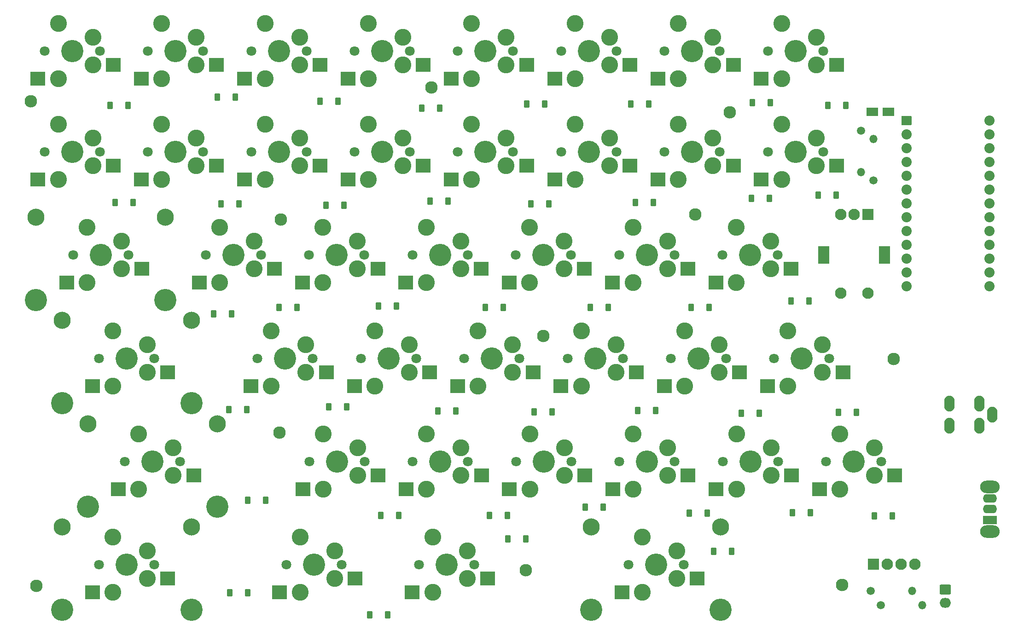
<source format=gbr>
%TF.GenerationSoftware,KiCad,Pcbnew,8.0.4*%
%TF.CreationDate,2024-11-21T13:37:04-07:00*%
%TF.ProjectId,simple_split_MX,73696d70-6c65-45f7-9370-6c69745f4d58,v1.0.0*%
%TF.SameCoordinates,Original*%
%TF.FileFunction,Soldermask,Bot*%
%TF.FilePolarity,Negative*%
%FSLAX46Y46*%
G04 Gerber Fmt 4.6, Leading zero omitted, Abs format (unit mm)*
G04 Created by KiCad (PCBNEW 8.0.4) date 2024-11-21 13:37:04*
%MOMM*%
%LPD*%
G01*
G04 APERTURE LIST*
G04 Aperture macros list*
%AMRoundRect*
0 Rectangle with rounded corners*
0 $1 Rounding radius*
0 $2 $3 $4 $5 $6 $7 $8 $9 X,Y pos of 4 corners*
0 Add a 4 corners polygon primitive as box body*
4,1,4,$2,$3,$4,$5,$6,$7,$8,$9,$2,$3,0*
0 Add four circle primitives for the rounded corners*
1,1,$1+$1,$2,$3*
1,1,$1+$1,$4,$5*
1,1,$1+$1,$6,$7*
1,1,$1+$1,$8,$9*
0 Add four rect primitives between the rounded corners*
20,1,$1+$1,$2,$3,$4,$5,0*
20,1,$1+$1,$4,$5,$6,$7,0*
20,1,$1+$1,$6,$7,$8,$9,0*
20,1,$1+$1,$8,$9,$2,$3,0*%
%AMFreePoly0*
4,1,16,0.535355,0.785355,0.541603,0.777735,1.041603,0.027735,1.049029,-0.009806,1.041603,-0.027735,0.541603,-0.777735,0.509806,-0.799029,0.500000,-0.800000,-0.500000,-0.800000,-0.535355,-0.785355,-0.550000,-0.750000,-0.550000,0.750000,-0.535355,0.785355,-0.500000,0.800000,0.500000,0.800000,0.535355,0.785355,0.535355,0.785355,$1*%
G04 Aperture macros list end*
%ADD10C,1.500000*%
%ADD11O,1.500000X1.500000*%
%ADD12C,1.801800*%
%ADD13C,3.100000*%
%ADD14C,4.087800*%
%ADD15RoundRect,0.050000X1.275000X1.250000X-1.275000X1.250000X-1.275000X-1.250000X1.275000X-1.250000X0*%
%ADD16C,0.900000*%
%ADD17RoundRect,0.050000X0.450000X0.600000X-0.450000X0.600000X-0.450000X-0.600000X0.450000X-0.600000X0*%
%ADD18C,2.300000*%
%ADD19RoundRect,0.264706X-0.785294X0.635294X-0.785294X-0.635294X0.785294X-0.635294X0.785294X0.635294X0*%
%ADD20O,2.100000X1.800000*%
%ADD21RoundRect,0.050000X-1.000000X-1.000000X1.000000X-1.000000X1.000000X1.000000X-1.000000X1.000000X0*%
%ADD22C,2.100000*%
%ADD23C,3.148000*%
%ADD24RoundRect,0.050000X-0.889000X-0.762000X0.889000X-0.762000X0.889000X0.762000X-0.889000X0.762000X0*%
%ADD25C,1.878000*%
%ADD26O,3.600000X2.300000*%
%ADD27RoundRect,0.050000X1.250000X-0.750000X1.250000X0.750000X-1.250000X0.750000X-1.250000X-0.750000X0*%
%ADD28O,2.600000X1.600000*%
%ADD29O,1.900000X2.900000*%
%ADD30RoundRect,0.050000X-1.000000X1.000000X-1.000000X-1.000000X1.000000X-1.000000X1.000000X1.000000X0*%
%ADD31RoundRect,0.050000X-1.000000X1.600000X-1.000000X-1.600000X1.000000X-1.600000X1.000000X1.600000X0*%
%ADD32R,1.500000X1.500000*%
%ADD33FreePoly0,180.000000*%
%ADD34FreePoly0,0.000000*%
G04 APERTURE END LIST*
D10*
%TO.C,R5*%
X268605000Y-192786000D03*
D11*
X276225000Y-192786000D03*
%TD*%
D10*
%TO.C,R4*%
X266700000Y-190119000D03*
D11*
X274320000Y-190119000D03*
%TD*%
D12*
%TO.C,S33*%
X257987500Y-109352000D03*
D13*
X256717500Y-111892000D03*
X256717500Y-106812000D03*
D14*
X252907500Y-109352000D03*
D13*
X250367500Y-114432000D03*
X250367500Y-104272000D03*
D12*
X247827500Y-109352000D03*
D15*
X246617500Y-114432000D03*
X260467500Y-111892000D03*
%TD*%
D10*
%TO.C,R3*%
X267260000Y-114644000D03*
D11*
X267260000Y-107024000D03*
%TD*%
D16*
%TO.C,D26*%
X236652000Y-175858000D03*
D17*
X236652000Y-175858000D03*
D16*
X233352000Y-175858000D03*
D17*
X233352000Y-175858000D03*
%TD*%
D16*
%TO.C,D24*%
X199896000Y-176276000D03*
D17*
X199896000Y-176276000D03*
D16*
X196596000Y-176276000D03*
D17*
X196596000Y-176276000D03*
%TD*%
D12*
%TO.C,S31*%
X193805500Y-185352000D03*
D13*
X192535500Y-187892000D03*
X192535500Y-182812000D03*
D14*
X188725500Y-185352000D03*
D13*
X186185500Y-190432000D03*
X186185500Y-180272000D03*
D12*
X183645500Y-185352000D03*
D15*
X182435500Y-190432000D03*
X196285500Y-187892000D03*
%TD*%
D12*
%TO.C,S8*%
X130250000Y-128352000D03*
D13*
X128980000Y-130892000D03*
X128980000Y-125812000D03*
D14*
X125170000Y-128352000D03*
D13*
X122630000Y-133432000D03*
X122630000Y-123272000D03*
D12*
X120090000Y-128352000D03*
D15*
X118880000Y-133432000D03*
X132730000Y-130892000D03*
%TD*%
D16*
%TO.C,D6*%
X226746000Y-118708000D03*
D17*
X226746000Y-118708000D03*
D16*
X223446000Y-118708000D03*
D17*
X223446000Y-118708000D03*
%TD*%
D16*
%TO.C,D33*%
X260349000Y-117348000D03*
D17*
X260349000Y-117348000D03*
D16*
X257049000Y-117348000D03*
D17*
X257049000Y-117348000D03*
%TD*%
D16*
%TO.C,D9*%
X161214000Y-138012000D03*
D17*
X161214000Y-138012000D03*
D16*
X157914000Y-138012000D03*
D17*
X157914000Y-138012000D03*
%TD*%
D18*
%TO.C,M1*%
X112268000Y-100076000D03*
%TD*%
D16*
%TO.C,D16*%
X170358000Y-156300000D03*
D17*
X170358000Y-156300000D03*
D16*
X167058000Y-156300000D03*
D17*
X167058000Y-156300000D03*
%TD*%
D16*
%TO.C,D10*%
X179502000Y-137758000D03*
D17*
X179502000Y-137758000D03*
D16*
X176202000Y-137758000D03*
D17*
X176202000Y-137758000D03*
%TD*%
D12*
%TO.C,S20*%
X240159000Y-147352000D03*
D13*
X238889000Y-149892000D03*
X238889000Y-144812000D03*
D14*
X235079000Y-147352000D03*
D13*
X232539000Y-152432000D03*
X232539000Y-142272000D03*
D12*
X229999000Y-147352000D03*
D15*
X228789000Y-152432000D03*
X242639000Y-149892000D03*
%TD*%
D12*
%TO.C,S11*%
X192634000Y-128352000D03*
D13*
X191364000Y-130892000D03*
X191364000Y-125812000D03*
D14*
X187554000Y-128352000D03*
D13*
X185014000Y-133432000D03*
X185014000Y-123272000D03*
D12*
X182474000Y-128352000D03*
D15*
X181264000Y-133432000D03*
X195114000Y-130892000D03*
%TD*%
D19*
%TO.C,J2*%
X280475500Y-189848000D03*
D20*
X280475500Y-192348000D03*
%TD*%
D18*
%TO.C,M9*%
X261500000Y-189000000D03*
%TD*%
D16*
%TO.C,D23*%
X179958000Y-176276000D03*
D17*
X179958000Y-176276000D03*
D16*
X176658000Y-176276000D03*
D17*
X176658000Y-176276000D03*
%TD*%
D16*
%TO.C,D7*%
X248082000Y-117946000D03*
D17*
X248082000Y-117946000D03*
D16*
X244782000Y-117946000D03*
D17*
X244782000Y-117946000D03*
%TD*%
D12*
%TO.C,S6*%
X219987500Y-109352000D03*
D13*
X218717500Y-111892000D03*
X218717500Y-106812000D03*
D14*
X214907500Y-109352000D03*
D13*
X212367500Y-114432000D03*
X212367500Y-104272000D03*
D12*
X209827500Y-109352000D03*
D15*
X208617500Y-114432000D03*
X222467500Y-111892000D03*
%TD*%
D12*
%TO.C,F3*%
X181987500Y-90800000D03*
D13*
X180717500Y-93340000D03*
X180717500Y-88260000D03*
D14*
X176907500Y-90800000D03*
D13*
X174367500Y-95880000D03*
X174367500Y-85720000D03*
D12*
X171827500Y-90800000D03*
D15*
X170617500Y-95880000D03*
X184467500Y-93340000D03*
%TD*%
D21*
%TO.C,U2*%
X267260000Y-185256000D03*
D22*
X269800000Y-185256000D03*
X272340000Y-185256000D03*
X274880000Y-185256000D03*
%TD*%
D23*
%TO.C,DRA2*%
X113270000Y-121367000D03*
D14*
X113270000Y-136607000D03*
D23*
X137070000Y-121367000D03*
D14*
X137070000Y-136607000D03*
%TD*%
D18*
%TO.C,M7*%
X234442000Y-120904000D03*
%TD*%
D12*
%TO.C,F1*%
X143987500Y-90800000D03*
D13*
X142717500Y-93340000D03*
X142717500Y-88260000D03*
D14*
X138907500Y-90800000D03*
D13*
X136367500Y-95880000D03*
X136367500Y-85720000D03*
D12*
X133827500Y-90800000D03*
D15*
X132617500Y-95880000D03*
X146467500Y-93340000D03*
%TD*%
D18*
%TO.C,M5*%
X203327000Y-186309000D03*
%TD*%
D12*
%TO.C,S35*%
X124987500Y-90800000D03*
D13*
X123717500Y-93340000D03*
X123717500Y-88260000D03*
D14*
X119907500Y-90800000D03*
D13*
X117367500Y-95880000D03*
X117367500Y-85720000D03*
D12*
X114827500Y-90800000D03*
D15*
X113617500Y-95880000D03*
X127467500Y-93340000D03*
%TD*%
D12*
%TO.C,S4*%
X181987500Y-109352000D03*
D13*
X180717500Y-111892000D03*
X180717500Y-106812000D03*
D14*
X176907500Y-109352000D03*
D13*
X174367500Y-114432000D03*
X174367500Y-104272000D03*
D12*
X171827500Y-109352000D03*
D15*
X170617500Y-114432000D03*
X184467500Y-111892000D03*
%TD*%
D12*
%TO.C,S3*%
X162987500Y-109352000D03*
D13*
X161717500Y-111892000D03*
X161717500Y-106812000D03*
D14*
X157907500Y-109352000D03*
D13*
X155367500Y-114432000D03*
X155367500Y-104272000D03*
D12*
X152827500Y-109352000D03*
D15*
X151617500Y-114432000D03*
X165467500Y-111892000D03*
%TD*%
D18*
%TO.C,M11*%
X185928000Y-97536000D03*
%TD*%
D12*
%TO.C,Extra_Function_Key1*%
X257987500Y-90800000D03*
D13*
X256717500Y-93340000D03*
X256717500Y-88260000D03*
D14*
X252907500Y-90800000D03*
D13*
X250367500Y-95880000D03*
X250367500Y-85720000D03*
D12*
X247827500Y-90800000D03*
D15*
X246617500Y-95880000D03*
X260467500Y-93340000D03*
%TD*%
D16*
%TO.C,D37*%
X187452000Y-101346000D03*
D17*
X187452000Y-101346000D03*
D16*
X184152000Y-101346000D03*
D17*
X184152000Y-101346000D03*
%TD*%
D16*
%TO.C,D15*%
X152000000Y-156808000D03*
D17*
X152000000Y-156808000D03*
D16*
X148700000Y-156808000D03*
D17*
X148700000Y-156808000D03*
%TD*%
D16*
%TO.C,D39*%
X225932000Y-100584000D03*
D17*
X225932000Y-100584000D03*
D16*
X222632000Y-100584000D03*
D17*
X222632000Y-100584000D03*
%TD*%
D12*
%TO.C,F6*%
X238987500Y-90800000D03*
D13*
X237717500Y-93340000D03*
X237717500Y-88260000D03*
D14*
X233907500Y-90800000D03*
D13*
X231367500Y-95880000D03*
X231367500Y-85720000D03*
D12*
X228827500Y-90800000D03*
D15*
X227617500Y-95880000D03*
X241467500Y-93340000D03*
%TD*%
D12*
%TO.C,S5*%
X200987500Y-109352000D03*
D13*
X199717500Y-111892000D03*
X199717500Y-106812000D03*
D14*
X195907500Y-109352000D03*
D13*
X193367500Y-114432000D03*
X193367500Y-104272000D03*
D12*
X190827500Y-109352000D03*
D15*
X189617500Y-114432000D03*
X203467500Y-111892000D03*
%TD*%
D16*
%TO.C,D36*%
X168782000Y-100076000D03*
D17*
X168782000Y-100076000D03*
D16*
X165482000Y-100076000D03*
D17*
X165482000Y-100076000D03*
%TD*%
D16*
%TO.C,D4*%
X189026000Y-118454000D03*
D17*
X189026000Y-118454000D03*
D16*
X185726000Y-118454000D03*
D17*
X185726000Y-118454000D03*
%TD*%
D16*
%TO.C,D5*%
X207568000Y-118962000D03*
D17*
X207568000Y-118962000D03*
D16*
X204268000Y-118962000D03*
D17*
X204268000Y-118962000D03*
%TD*%
D12*
%TO.C,S25*%
X211684000Y-166352000D03*
D13*
X210414000Y-168892000D03*
X210414000Y-163812000D03*
D14*
X206604000Y-166352000D03*
D13*
X204064000Y-171432000D03*
X204064000Y-161272000D03*
D12*
X201524000Y-166352000D03*
D15*
X200314000Y-171432000D03*
X214164000Y-168892000D03*
%TD*%
D23*
%TO.C,DRA4*%
X118032500Y-178367000D03*
D14*
X118032500Y-193607000D03*
D23*
X141832500Y-178367000D03*
D14*
X141832500Y-193607000D03*
%TD*%
D12*
%TO.C,S7*%
X238987500Y-109352000D03*
D13*
X237717500Y-111892000D03*
X237717500Y-106812000D03*
D14*
X233907500Y-109352000D03*
D13*
X231367500Y-114432000D03*
X231367500Y-104272000D03*
D12*
X228827500Y-109352000D03*
D15*
X227617500Y-114432000D03*
X241467500Y-111892000D03*
%TD*%
D12*
%TO.C,S1*%
X124987500Y-109352000D03*
D13*
X123717500Y-111892000D03*
X123717500Y-106812000D03*
D14*
X119907500Y-109352000D03*
D13*
X117367500Y-114432000D03*
X117367500Y-104272000D03*
D12*
X114827500Y-109352000D03*
D15*
X113617500Y-114432000D03*
X127467500Y-111892000D03*
%TD*%
D16*
%TO.C,D30*%
X177926000Y-194564000D03*
D17*
X177926000Y-194564000D03*
D16*
X174626000Y-194564000D03*
D17*
X174626000Y-194564000D03*
%TD*%
D16*
%TO.C,D38*%
X206756000Y-100584000D03*
D17*
X206756000Y-100584000D03*
D16*
X203456000Y-100584000D03*
D17*
X203456000Y-100584000D03*
%TD*%
D12*
%TO.C,F2*%
X162987500Y-90800000D03*
D13*
X161717500Y-93340000D03*
X161717500Y-88260000D03*
D14*
X157907500Y-90800000D03*
D13*
X155367500Y-95880000D03*
X155367500Y-85720000D03*
D12*
X152827500Y-90800000D03*
D15*
X151617500Y-95880000D03*
X165467500Y-93340000D03*
%TD*%
D16*
%TO.C,D28*%
X270688000Y-176366000D03*
D17*
X270688000Y-176366000D03*
D16*
X267388000Y-176366000D03*
D17*
X267388000Y-176366000D03*
%TD*%
D12*
%TO.C,S12*%
X211634000Y-128352000D03*
D13*
X210364000Y-130892000D03*
X210364000Y-125812000D03*
D14*
X206554000Y-128352000D03*
D13*
X204014000Y-133432000D03*
X204014000Y-123272000D03*
D12*
X201474000Y-128352000D03*
D15*
X200264000Y-133432000D03*
X214114000Y-130892000D03*
%TD*%
D12*
%TO.C,S24*%
X192684000Y-166352000D03*
D13*
X191414000Y-168892000D03*
X191414000Y-163812000D03*
D14*
X187604000Y-166352000D03*
D13*
X185064000Y-171432000D03*
X185064000Y-161272000D03*
D12*
X182524000Y-166352000D03*
D15*
X181314000Y-171432000D03*
X195164000Y-168892000D03*
%TD*%
D16*
%TO.C,D12*%
X218490000Y-138012000D03*
D17*
X218490000Y-138012000D03*
D16*
X215190000Y-138012000D03*
D17*
X215190000Y-138012000D03*
%TD*%
D23*
%TO.C,DRA5*%
X215375500Y-178367000D03*
D14*
X215375500Y-193607000D03*
D23*
X239175500Y-178367000D03*
D14*
X239175500Y-193607000D03*
%TD*%
D24*
%TO.C,U1*%
X273356000Y-103595000D03*
D25*
X273356000Y-106135000D03*
X273356000Y-108675000D03*
X273356000Y-111215000D03*
X273356000Y-113755000D03*
X273356000Y-116295000D03*
X273356000Y-118835000D03*
X273356000Y-121375000D03*
X273356000Y-123915000D03*
X273356000Y-126455000D03*
X273356000Y-128995000D03*
X273356000Y-131535000D03*
X273356000Y-134075000D03*
X288596000Y-134075000D03*
X288596000Y-131535000D03*
X288596000Y-128995000D03*
X288596000Y-126455000D03*
X288596000Y-123915000D03*
X288596000Y-121375000D03*
X288596000Y-118835000D03*
X288596000Y-116295000D03*
X288596000Y-113755000D03*
X288596000Y-111215000D03*
X288596000Y-108675000D03*
X288596000Y-106135000D03*
X288596000Y-103595000D03*
%TD*%
D23*
%TO.C,DRA3*%
X122795000Y-159367000D03*
D14*
X122795000Y-174607000D03*
D23*
X146595000Y-159367000D03*
D14*
X146595000Y-174607000D03*
%TD*%
D16*
%TO.C,D17*%
X190424000Y-157062000D03*
D17*
X190424000Y-157062000D03*
D16*
X187124000Y-157062000D03*
D17*
X187124000Y-157062000D03*
%TD*%
D18*
%TO.C,M2*%
X113284000Y-189230000D03*
%TD*%
D23*
%TO.C,DRA1*%
X118032500Y-140367000D03*
D14*
X118032500Y-155607000D03*
D23*
X141832500Y-140367000D03*
D14*
X141832500Y-155607000D03*
%TD*%
D16*
%TO.C,D34*%
X149860000Y-99314000D03*
D17*
X149860000Y-99314000D03*
D16*
X146560000Y-99314000D03*
D17*
X146560000Y-99314000D03*
%TD*%
D16*
%TO.C,D14*%
X255396000Y-136779000D03*
D17*
X255396000Y-136779000D03*
D16*
X252096000Y-136779000D03*
D17*
X252096000Y-136779000D03*
%TD*%
D18*
%TO.C,M6*%
X206502000Y-143256000D03*
%TD*%
D16*
%TO.C,D20*%
X246252000Y-157480000D03*
D17*
X246252000Y-157480000D03*
D16*
X242952000Y-157480000D03*
D17*
X242952000Y-157480000D03*
%TD*%
D18*
%TO.C,M10*%
X240792000Y-102108000D03*
%TD*%
D16*
%TO.C,D25*%
X217550000Y-174752000D03*
D17*
X217550000Y-174752000D03*
D16*
X214250000Y-174752000D03*
D17*
X214250000Y-174752000D03*
%TD*%
D16*
%TO.C,D22*%
X155448000Y-173482000D03*
D17*
X155448000Y-173482000D03*
D16*
X152148000Y-173482000D03*
D17*
X152148000Y-173482000D03*
%TD*%
D12*
%TO.C,S2*%
X143987500Y-109352000D03*
D13*
X142717500Y-111892000D03*
X142717500Y-106812000D03*
D14*
X138907500Y-109352000D03*
D13*
X136367500Y-114432000D03*
X136367500Y-104272000D03*
D12*
X133827500Y-109352000D03*
D15*
X132617500Y-114432000D03*
X146467500Y-111892000D03*
%TD*%
D16*
%TO.C,D3*%
X169850000Y-119216000D03*
D17*
X169850000Y-119216000D03*
D16*
X166550000Y-119216000D03*
D17*
X166550000Y-119216000D03*
%TD*%
D12*
%TO.C,S16*%
X164159000Y-147352000D03*
D13*
X162889000Y-149892000D03*
X162889000Y-144812000D03*
D14*
X159079000Y-147352000D03*
D13*
X156539000Y-152432000D03*
X156539000Y-142272000D03*
D12*
X153999000Y-147352000D03*
D15*
X152789000Y-152432000D03*
X166639000Y-149892000D03*
%TD*%
D12*
%TO.C,S21*%
X259159000Y-147352000D03*
D13*
X257889000Y-149892000D03*
X257889000Y-144812000D03*
D14*
X254079000Y-147352000D03*
D13*
X251539000Y-152432000D03*
X251539000Y-142272000D03*
D12*
X248999000Y-147352000D03*
D15*
X247789000Y-152432000D03*
X261639000Y-149892000D03*
%TD*%
D12*
%TO.C,S26*%
X230684000Y-166352000D03*
D13*
X229414000Y-168892000D03*
X229414000Y-163812000D03*
D14*
X225604000Y-166352000D03*
D13*
X223064000Y-171432000D03*
X223064000Y-161272000D03*
D12*
X220524000Y-166352000D03*
D15*
X219314000Y-171432000D03*
X233164000Y-168892000D03*
%TD*%
D16*
%TO.C,D21*%
X264084000Y-157316000D03*
D17*
X264084000Y-157316000D03*
D16*
X260784000Y-157316000D03*
D17*
X260784000Y-157316000D03*
%TD*%
D12*
%TO.C,S17*%
X183159000Y-147352000D03*
D13*
X181889000Y-149892000D03*
X181889000Y-144812000D03*
D14*
X178079000Y-147352000D03*
D13*
X175539000Y-152432000D03*
X175539000Y-142272000D03*
D12*
X172999000Y-147352000D03*
D15*
X171789000Y-152432000D03*
X185639000Y-149892000D03*
%TD*%
D12*
%TO.C,S18*%
X202159000Y-147352000D03*
D13*
X200889000Y-149892000D03*
X200889000Y-144812000D03*
D14*
X197079000Y-147352000D03*
D13*
X194539000Y-152432000D03*
X194539000Y-142272000D03*
D12*
X191999000Y-147352000D03*
D15*
X190789000Y-152432000D03*
X204639000Y-149892000D03*
%TD*%
D16*
%TO.C,D35*%
X130174000Y-100838000D03*
D17*
X130174000Y-100838000D03*
D16*
X126874000Y-100838000D03*
D17*
X126874000Y-100838000D03*
%TD*%
D18*
%TO.C,M8*%
X271000000Y-147500000D03*
%TD*%
D12*
%TO.C,S32*%
X232355500Y-185352000D03*
D13*
X231085500Y-187892000D03*
X231085500Y-182812000D03*
D14*
X227275500Y-185352000D03*
D13*
X224735500Y-190432000D03*
X224735500Y-180272000D03*
D12*
X222195500Y-185352000D03*
D15*
X220985500Y-190432000D03*
X234835500Y-187892000D03*
%TD*%
D12*
%TO.C,S29*%
X135012500Y-185352000D03*
D13*
X133742500Y-187892000D03*
X133742500Y-182812000D03*
D14*
X129932500Y-185352000D03*
D13*
X127392500Y-190432000D03*
X127392500Y-180272000D03*
D12*
X124852500Y-185352000D03*
D15*
X123642500Y-190432000D03*
X137492500Y-187892000D03*
%TD*%
D16*
%TO.C,D31*%
X203326000Y-180594000D03*
D17*
X203326000Y-180594000D03*
D16*
X200026000Y-180594000D03*
D17*
X200026000Y-180594000D03*
%TD*%
D12*
%TO.C,S23*%
X173684000Y-166352000D03*
D13*
X172414000Y-168892000D03*
X172414000Y-163812000D03*
D14*
X168604000Y-166352000D03*
D13*
X166064000Y-171432000D03*
X166064000Y-161272000D03*
D12*
X163524000Y-166352000D03*
D15*
X162314000Y-171432000D03*
X176164000Y-168892000D03*
%TD*%
D16*
%TO.C,D11*%
X199186000Y-138012000D03*
D17*
X199186000Y-138012000D03*
D16*
X195886000Y-138012000D03*
D17*
X195886000Y-138012000D03*
%TD*%
D16*
%TO.C,D40*%
X248284000Y-100330000D03*
D17*
X248284000Y-100330000D03*
D16*
X244984000Y-100330000D03*
D17*
X244984000Y-100330000D03*
%TD*%
D12*
%TO.C,F5*%
X219987500Y-90800000D03*
D13*
X218717500Y-93340000D03*
X218717500Y-88260000D03*
D14*
X214907500Y-90800000D03*
D13*
X212367500Y-95880000D03*
X212367500Y-85720000D03*
D12*
X209827500Y-90800000D03*
D15*
X208617500Y-95880000D03*
X222467500Y-93340000D03*
%TD*%
D12*
%TO.C,S14*%
X249634000Y-128352000D03*
D13*
X248364000Y-130892000D03*
X248364000Y-125812000D03*
D14*
X244554000Y-128352000D03*
D13*
X242014000Y-133432000D03*
X242014000Y-123272000D03*
D12*
X239474000Y-128352000D03*
D15*
X238264000Y-133432000D03*
X252114000Y-130892000D03*
%TD*%
D18*
%TO.C,M3*%
X158000000Y-161000000D03*
%TD*%
D16*
%TO.C,D32*%
X241172000Y-182880000D03*
D17*
X241172000Y-182880000D03*
D16*
X237872000Y-182880000D03*
D17*
X237872000Y-182880000D03*
%TD*%
D26*
%TO.C,SW1*%
X288628000Y-179196000D03*
X288628000Y-170996000D03*
D27*
X288628000Y-177096000D03*
D28*
X288628000Y-175096000D03*
X288628000Y-173096000D03*
%TD*%
D16*
%TO.C,D2*%
X150546000Y-118962000D03*
D17*
X150546000Y-118962000D03*
D16*
X147246000Y-118962000D03*
D17*
X147246000Y-118962000D03*
%TD*%
D29*
%TO.C,J1*%
X281194000Y-155724000D03*
X281194000Y-159724000D03*
X289094000Y-157724000D03*
X286694000Y-155724000D03*
X286694000Y-159724000D03*
%TD*%
D16*
%TO.C,D27*%
X255650000Y-175768000D03*
D17*
X255650000Y-175768000D03*
D16*
X252350000Y-175768000D03*
D17*
X252350000Y-175768000D03*
%TD*%
D12*
%TO.C,S27*%
X249684000Y-166352000D03*
D13*
X248414000Y-168892000D03*
X248414000Y-163812000D03*
D14*
X244604000Y-166352000D03*
D13*
X242064000Y-171432000D03*
X242064000Y-161272000D03*
D12*
X239524000Y-166352000D03*
D15*
X238314000Y-171432000D03*
X252164000Y-168892000D03*
%TD*%
D30*
%TO.C,R1*%
X266204000Y-120856000D03*
D22*
X261204000Y-120856000D03*
X263704000Y-120856000D03*
D31*
X269304000Y-128356000D03*
X258104000Y-128356000D03*
D22*
X261204000Y-135356000D03*
X266204000Y-135356000D03*
%TD*%
D18*
%TO.C,M4*%
X158242000Y-121793000D03*
%TD*%
D12*
%TO.C,S28*%
X268684000Y-166352000D03*
D13*
X267414000Y-168892000D03*
X267414000Y-163812000D03*
D14*
X263604000Y-166352000D03*
D13*
X261064000Y-171432000D03*
X261064000Y-161272000D03*
D12*
X258524000Y-166352000D03*
D15*
X257314000Y-171432000D03*
X271164000Y-168892000D03*
%TD*%
D16*
%TO.C,D29*%
X152150000Y-190500000D03*
D17*
X152150000Y-190500000D03*
D16*
X148850000Y-190500000D03*
D17*
X148850000Y-190500000D03*
%TD*%
D16*
%TO.C,D13*%
X237032000Y-138012000D03*
D17*
X237032000Y-138012000D03*
D16*
X233732000Y-138012000D03*
D17*
X233732000Y-138012000D03*
%TD*%
D12*
%TO.C,S15*%
X135012500Y-147352000D03*
D13*
X133742500Y-149892000D03*
X133742500Y-144812000D03*
D14*
X129932500Y-147352000D03*
D13*
X127392500Y-152432000D03*
X127392500Y-142272000D03*
D12*
X124852500Y-147352000D03*
D15*
X123642500Y-152432000D03*
X137492500Y-149892000D03*
%TD*%
D12*
%TO.C,S22*%
X139775000Y-166352000D03*
D13*
X138505000Y-168892000D03*
X138505000Y-163812000D03*
D14*
X134695000Y-166352000D03*
D13*
X132155000Y-171432000D03*
X132155000Y-161272000D03*
D12*
X129615000Y-166352000D03*
D15*
X128405000Y-171432000D03*
X142255000Y-168892000D03*
%TD*%
D16*
%TO.C,D19*%
X227202000Y-156972000D03*
D17*
X227202000Y-156972000D03*
D16*
X223902000Y-156972000D03*
D17*
X223902000Y-156972000D03*
%TD*%
D12*
%TO.C,S19*%
X221159000Y-147352000D03*
D13*
X219889000Y-149892000D03*
X219889000Y-144812000D03*
D14*
X216079000Y-147352000D03*
D13*
X213539000Y-152432000D03*
X213539000Y-142272000D03*
D12*
X210999000Y-147352000D03*
D15*
X209789000Y-152432000D03*
X223639000Y-149892000D03*
%TD*%
D12*
%TO.C,S9*%
X154634000Y-128352000D03*
D13*
X153364000Y-130892000D03*
X153364000Y-125812000D03*
D14*
X149554000Y-128352000D03*
D13*
X147014000Y-133432000D03*
X147014000Y-123272000D03*
D12*
X144474000Y-128352000D03*
D15*
X143264000Y-133432000D03*
X157114000Y-130892000D03*
%TD*%
D12*
%TO.C,F4*%
X200987500Y-90800000D03*
D13*
X199717500Y-93340000D03*
X199717500Y-88260000D03*
D14*
X195907500Y-90800000D03*
D13*
X193367500Y-95880000D03*
X193367500Y-85720000D03*
D12*
X190827500Y-90800000D03*
D15*
X189617500Y-95880000D03*
X203467500Y-93340000D03*
%TD*%
D16*
%TO.C,D18*%
X208152000Y-157226000D03*
D17*
X208152000Y-157226000D03*
D16*
X204852000Y-157226000D03*
D17*
X204852000Y-157226000D03*
%TD*%
D12*
%TO.C,S13*%
X230634000Y-128352000D03*
D13*
X229364000Y-130892000D03*
X229364000Y-125812000D03*
D14*
X225554000Y-128352000D03*
D13*
X223014000Y-133432000D03*
X223014000Y-123272000D03*
D12*
X220474000Y-128352000D03*
D15*
X219264000Y-133432000D03*
X233114000Y-130892000D03*
%TD*%
D16*
%TO.C,D1*%
X131116000Y-118708000D03*
D17*
X131116000Y-118708000D03*
D16*
X127816000Y-118708000D03*
D17*
X127816000Y-118708000D03*
%TD*%
D16*
%TO.C,D8*%
X149224000Y-139192000D03*
D17*
X149224000Y-139192000D03*
D16*
X145924000Y-139192000D03*
D17*
X145924000Y-139192000D03*
%TD*%
D16*
%TO.C,D41*%
X262128000Y-100838000D03*
D17*
X262128000Y-100838000D03*
D16*
X258828000Y-100838000D03*
D17*
X258828000Y-100838000D03*
%TD*%
D10*
%TO.C,R2*%
X264974000Y-105500000D03*
D11*
X264974000Y-113120000D03*
%TD*%
D12*
%TO.C,S10*%
X173634000Y-128352000D03*
D13*
X172364000Y-130892000D03*
X172364000Y-125812000D03*
D14*
X168554000Y-128352000D03*
D13*
X166014000Y-133432000D03*
X166014000Y-123272000D03*
D12*
X163474000Y-128352000D03*
D15*
X162264000Y-133432000D03*
X176114000Y-130892000D03*
%TD*%
D12*
%TO.C,S30*%
X169421500Y-185352000D03*
D13*
X168151500Y-187892000D03*
X168151500Y-182812000D03*
D14*
X164341500Y-185352000D03*
D13*
X161801500Y-190432000D03*
X161801500Y-180272000D03*
D12*
X159261500Y-185352000D03*
D15*
X158051500Y-190432000D03*
X171901500Y-187892000D03*
%TD*%
D32*
%TO.C,ExtraButtonsSelect1*%
X269710000Y-102000000D03*
X267310000Y-102000000D03*
D33*
X270510000Y-102000000D03*
D34*
X266510000Y-102000000D03*
%TD*%
M02*

</source>
